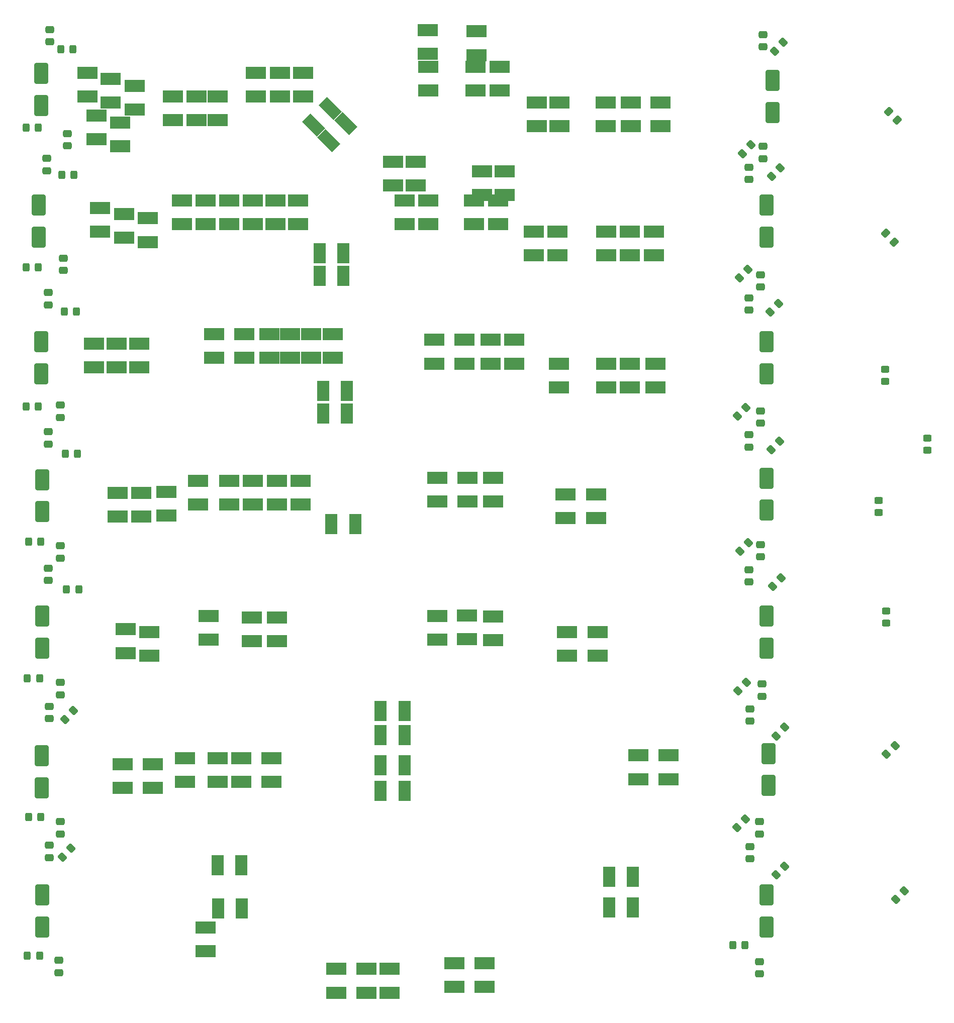
<source format=gbp>
G04 #@! TF.GenerationSoftware,KiCad,Pcbnew,8.0.4*
G04 #@! TF.CreationDate,2024-11-18T14:28:34+01:00*
G04 #@! TF.ProjectId,Zolotarev,5a6f6c6f-7461-4726-9576-2e6b69636164,rev?*
G04 #@! TF.SameCoordinates,Original*
G04 #@! TF.FileFunction,Paste,Bot*
G04 #@! TF.FilePolarity,Positive*
%FSLAX46Y46*%
G04 Gerber Fmt 4.6, Leading zero omitted, Abs format (unit mm)*
G04 Created by KiCad (PCBNEW 8.0.4) date 2024-11-18 14:28:34*
%MOMM*%
%LPD*%
G01*
G04 APERTURE LIST*
G04 Aperture macros list*
%AMRoundRect*
0 Rectangle with rounded corners*
0 $1 Rounding radius*
0 $2 $3 $4 $5 $6 $7 $8 $9 X,Y pos of 4 corners*
0 Add a 4 corners polygon primitive as box body*
4,1,4,$2,$3,$4,$5,$6,$7,$8,$9,$2,$3,0*
0 Add four circle primitives for the rounded corners*
1,1,$1+$1,$2,$3*
1,1,$1+$1,$4,$5*
1,1,$1+$1,$6,$7*
1,1,$1+$1,$8,$9*
0 Add four rect primitives between the rounded corners*
20,1,$1+$1,$2,$3,$4,$5,0*
20,1,$1+$1,$4,$5,$6,$7,0*
20,1,$1+$1,$6,$7,$8,$9,0*
20,1,$1+$1,$8,$9,$2,$3,0*%
%AMRotRect*
0 Rectangle, with rotation*
0 The origin of the aperture is its center*
0 $1 length*
0 $2 width*
0 $3 Rotation angle, in degrees counterclockwise*
0 Add horizontal line*
21,1,$1,$2,0,0,$3*%
G04 Aperture macros list end*
%ADD10R,3.500000X2.000000*%
%ADD11RoundRect,0.250000X-0.900000X1.500000X-0.900000X-1.500000X0.900000X-1.500000X0.900000X1.500000X0*%
%ADD12RoundRect,0.250000X0.900000X-1.500000X0.900000X1.500000X-0.900000X1.500000X-0.900000X-1.500000X0*%
%ADD13RoundRect,0.250000X0.088388X-0.548008X0.548008X-0.088388X-0.088388X0.548008X-0.548008X0.088388X0*%
%ADD14RoundRect,0.250000X0.475000X-0.337500X0.475000X0.337500X-0.475000X0.337500X-0.475000X-0.337500X0*%
%ADD15RoundRect,0.250000X-0.088388X0.548008X-0.548008X0.088388X0.088388X-0.548008X0.548008X-0.088388X0*%
%ADD16RoundRect,0.250000X-0.475000X0.337500X-0.475000X-0.337500X0.475000X-0.337500X0.475000X0.337500X0*%
%ADD17RoundRect,0.250000X-0.325000X-0.450000X0.325000X-0.450000X0.325000X0.450000X-0.325000X0.450000X0*%
%ADD18R,2.000000X3.500000*%
%ADD19RoundRect,0.250000X-0.450000X0.325000X-0.450000X-0.325000X0.450000X-0.325000X0.450000X0.325000X0*%
%ADD20RoundRect,0.250000X-0.548008X-0.088388X-0.088388X-0.548008X0.548008X0.088388X0.088388X0.548008X0*%
%ADD21RotRect,2.000000X3.500000X225.000000*%
%ADD22RoundRect,0.250000X0.548008X0.088388X0.088388X0.548008X-0.548008X-0.088388X-0.088388X-0.548008X0*%
%ADD23RoundRect,0.250000X0.450000X-0.325000X0.450000X0.325000X-0.450000X0.325000X-0.450000X-0.325000X0*%
G04 APERTURE END LIST*
D10*
X82096000Y-162500000D03*
X82096000Y-158500000D03*
D11*
X165800000Y-157700000D03*
X165800000Y-163100000D03*
D12*
X43300000Y-48500000D03*
X43300000Y-43100000D03*
D13*
X47275216Y-151924784D03*
X48724784Y-150475216D03*
D10*
X102600000Y-62000000D03*
X102600000Y-58000000D03*
X62096000Y-159500000D03*
X62096000Y-163500000D03*
D14*
X44500000Y-82075000D03*
X44500000Y-80000000D03*
D10*
X69500000Y-51000000D03*
X69500000Y-47000000D03*
X88800000Y-87000000D03*
X88800000Y-91000000D03*
D13*
X46875216Y-175124784D03*
X48324784Y-173675216D03*
D10*
X108500000Y-64500000D03*
X108500000Y-68500000D03*
X61500000Y-141250000D03*
X61500000Y-137250000D03*
X72404000Y-91000000D03*
X72404000Y-87000000D03*
X116500000Y-42000000D03*
X116500000Y-46000000D03*
D15*
X168524784Y-153275216D03*
X167075216Y-154724784D03*
D10*
X142500000Y-73750000D03*
X142500000Y-69750000D03*
D14*
X162500000Y-83000000D03*
X162500000Y-80925000D03*
D12*
X43500000Y-186900000D03*
X43500000Y-181500000D03*
D14*
X164900000Y-38637500D03*
X164900000Y-36562500D03*
D16*
X164900000Y-55362500D03*
X164900000Y-57437500D03*
D10*
X147600000Y-52000000D03*
X147600000Y-48000000D03*
D17*
X47575000Y-130000000D03*
X49625000Y-130000000D03*
D10*
X69750000Y-115750000D03*
X69750000Y-111750000D03*
X93000000Y-194000000D03*
X93000000Y-198000000D03*
D17*
X40775000Y-99200000D03*
X42825000Y-99200000D03*
D10*
X142500000Y-96000000D03*
X142500000Y-92000000D03*
D16*
X164500000Y-99962500D03*
X164500000Y-102037500D03*
D11*
X165500000Y-134550000D03*
X165500000Y-139950000D03*
D10*
X112904000Y-197000000D03*
X112904000Y-193000000D03*
X138500000Y-73750000D03*
X138500000Y-69750000D03*
X143904000Y-162000000D03*
X143904000Y-158000000D03*
X67500000Y-158500000D03*
X67500000Y-162500000D03*
X57000000Y-159500000D03*
X57000000Y-163500000D03*
D14*
X44750000Y-37787500D03*
X44750000Y-35712500D03*
D16*
X164500000Y-122462500D03*
X164500000Y-124537500D03*
D11*
X165500000Y-65300000D03*
X165500000Y-70700000D03*
X165500000Y-88300000D03*
X165500000Y-93700000D03*
D16*
X46300000Y-192562500D03*
X46300000Y-194637500D03*
D18*
X73000000Y-176500000D03*
X77000000Y-176500000D03*
D17*
X40775000Y-75800000D03*
X42825000Y-75800000D03*
D18*
X143000000Y-178500000D03*
X139000000Y-178500000D03*
D16*
X46500000Y-169162500D03*
X46500000Y-171237500D03*
D10*
X79500000Y-43000000D03*
X79500000Y-47000000D03*
X59800000Y-92600000D03*
X59800000Y-88600000D03*
X77500000Y-91000000D03*
X77500000Y-87000000D03*
X82800000Y-64500000D03*
X82800000Y-68500000D03*
X104500000Y-64500000D03*
X104500000Y-68500000D03*
X51100000Y-47000000D03*
X51100000Y-43000000D03*
D14*
X44500000Y-105537500D03*
X44500000Y-103462500D03*
D10*
X92400000Y-87000000D03*
X92400000Y-91000000D03*
D18*
X96200000Y-119000000D03*
X92199998Y-119000000D03*
D13*
X160675216Y-147124784D03*
X162124784Y-145675216D03*
D15*
X167524784Y-81875216D03*
X166075216Y-83324784D03*
D14*
X162500000Y-60977500D03*
X162500000Y-58902500D03*
D19*
X185500000Y-92950000D03*
X185500000Y-95000000D03*
D10*
X65500000Y-51000000D03*
X65500000Y-47000000D03*
D17*
X46775000Y-60200000D03*
X48825000Y-60200000D03*
D16*
X46500000Y-99000000D03*
X46500000Y-101075000D03*
D10*
X61250000Y-71500000D03*
X61250000Y-67500000D03*
X77000000Y-162500000D03*
X77000000Y-158500000D03*
X85200000Y-87000000D03*
X85200000Y-91000000D03*
X55000000Y-48000000D03*
X55000000Y-44000000D03*
D14*
X162500000Y-106037500D03*
X162500000Y-103962500D03*
D10*
X86600000Y-64500000D03*
X86600000Y-68500000D03*
X79000000Y-64500000D03*
X79000000Y-68500000D03*
D15*
X167800000Y-59000000D03*
X166350432Y-60449568D03*
D10*
X120500000Y-42000000D03*
X120500000Y-46000000D03*
X83000000Y-111750000D03*
X83000000Y-115750000D03*
D13*
X161000000Y-123600000D03*
X162449568Y-122150432D03*
D10*
X115000000Y-134400000D03*
X115000000Y-138400000D03*
D13*
X161400000Y-56600000D03*
X162849568Y-55150432D03*
D10*
X109500000Y-88000000D03*
X109500000Y-92000000D03*
D18*
X94800000Y-100400000D03*
X90800000Y-100400000D03*
X143000000Y-183596000D03*
X139000000Y-183596000D03*
D10*
X75000000Y-111750000D03*
X75000000Y-115750000D03*
X130500000Y-96000000D03*
X130500000Y-92000000D03*
D16*
X46500000Y-122712500D03*
X46500000Y-124787500D03*
D10*
X83000000Y-134750000D03*
X83000000Y-138750000D03*
X117600000Y-63600000D03*
X117600000Y-59600000D03*
D17*
X41175000Y-122000000D03*
X43225000Y-122000000D03*
D10*
X67000000Y-68500000D03*
X67000000Y-64500000D03*
X83500000Y-43000000D03*
X83500000Y-47000000D03*
X118000000Y-197000000D03*
X118000000Y-193000000D03*
D15*
X167924784Y-128075216D03*
X166475216Y-129524784D03*
D10*
X137000000Y-141250000D03*
X137000000Y-137250000D03*
D18*
X94200000Y-73400000D03*
X90199998Y-73400000D03*
D10*
X71000000Y-68500000D03*
X71000000Y-64500000D03*
X146800000Y-96000000D03*
X146800000Y-92000000D03*
X98096000Y-194000000D03*
X98096000Y-198000000D03*
X73000000Y-51000000D03*
X73000000Y-47000000D03*
D15*
X168324784Y-37875216D03*
X166875216Y-39324784D03*
D18*
X104500000Y-164000000D03*
X100500000Y-164000000D03*
X73102000Y-183823000D03*
X77102000Y-183823000D03*
X104500000Y-154596000D03*
X100500000Y-154596000D03*
D10*
X64400000Y-117600000D03*
X64400000Y-113600000D03*
X119400000Y-134600000D03*
X119400000Y-138600000D03*
D16*
X164300000Y-169162500D03*
X164300000Y-171237500D03*
X164300000Y-192762500D03*
X164300000Y-194837500D03*
D10*
X56600000Y-51400000D03*
X56600000Y-55400000D03*
X119400000Y-111200000D03*
X119400000Y-115200000D03*
X56200000Y-117800000D03*
X56200000Y-113800000D03*
D20*
X185550432Y-70050432D03*
X187000000Y-71500000D03*
D10*
X149000000Y-162000000D03*
X149000000Y-158000000D03*
D15*
X167724784Y-105075216D03*
X166275216Y-106524784D03*
D10*
X73000000Y-162500000D03*
X73000000Y-158500000D03*
X59100000Y-49200000D03*
X59100000Y-45200000D03*
X121400000Y-63600000D03*
X121400000Y-59600000D03*
X126800000Y-52000000D03*
X126800000Y-48000000D03*
D12*
X43400000Y-163500000D03*
X43400000Y-158100000D03*
D10*
X110000000Y-134500000D03*
X110000000Y-138500000D03*
X115096000Y-111250000D03*
X115096000Y-115250000D03*
D17*
X40975000Y-145000000D03*
X43025000Y-145000000D03*
D13*
X160875216Y-77524784D03*
X162324784Y-76075216D03*
D10*
X71500000Y-138500000D03*
X71500000Y-134500000D03*
X52200000Y-92600000D03*
X52200000Y-88600000D03*
X116600000Y-40000000D03*
X116600000Y-36000000D03*
X119000000Y-88000000D03*
X119000000Y-92000000D03*
X78750000Y-134750000D03*
X78750000Y-138750000D03*
X138400000Y-52000000D03*
X138400000Y-48000000D03*
D16*
X164750000Y-145962500D03*
X164750000Y-148037500D03*
D14*
X162700000Y-175437500D03*
X162700000Y-173362500D03*
X44250000Y-59500000D03*
X44250000Y-57425000D03*
D10*
X87000000Y-111750000D03*
X87000000Y-115750000D03*
X126250000Y-73750000D03*
X126250000Y-69750000D03*
X75000000Y-68500000D03*
X75000000Y-64500000D03*
D12*
X42900000Y-70700000D03*
X42900000Y-65300000D03*
D10*
X106400000Y-62000000D03*
X106400000Y-58000000D03*
D21*
X94614214Y-51585786D03*
X91785786Y-54414214D03*
D14*
X44700000Y-175237500D03*
X44700000Y-173162500D03*
D10*
X130250000Y-73750000D03*
X130250000Y-69750000D03*
X60200000Y-117800000D03*
X60200000Y-113800000D03*
D11*
X166500000Y-44300000D03*
X166500000Y-49700000D03*
D10*
X131654000Y-118000000D03*
X131654000Y-114000000D03*
X138500000Y-96000000D03*
X138500000Y-92000000D03*
D22*
X187500000Y-51000000D03*
X186050432Y-49550432D03*
D14*
X162500000Y-128787500D03*
X162500000Y-126712500D03*
D17*
X159775000Y-190000000D03*
X161825000Y-190000000D03*
D10*
X52600000Y-50200000D03*
X52600000Y-54200000D03*
X116250000Y-64500000D03*
X116250000Y-68500000D03*
D11*
X165500000Y-111300000D03*
X165500000Y-116700000D03*
D10*
X108400000Y-39800000D03*
X108400000Y-35800000D03*
D17*
X40775000Y-52200000D03*
X42825000Y-52200000D03*
D15*
X188700000Y-180800000D03*
X187250432Y-182249568D03*
D16*
X46500000Y-145712500D03*
X46500000Y-147787500D03*
D17*
X47375000Y-107200000D03*
X49425000Y-107200000D03*
D10*
X57500000Y-140750000D03*
X57500000Y-136750000D03*
D23*
X185600000Y-135725000D03*
X185600000Y-133675000D03*
D10*
X110000000Y-111250000D03*
X110000000Y-115250000D03*
X102000000Y-194000000D03*
X102000000Y-198000000D03*
D14*
X162700000Y-152237500D03*
X162700000Y-150162500D03*
D13*
X185675216Y-157824784D03*
X187124784Y-156375216D03*
D10*
X57250000Y-70750000D03*
X57250000Y-66750000D03*
D13*
X160475216Y-170200000D03*
X161924784Y-168750432D03*
X160600000Y-100800000D03*
X162049568Y-99350432D03*
D14*
X44700000Y-151837500D03*
X44700000Y-149762500D03*
D10*
X130600000Y-52000000D03*
X130600000Y-48000000D03*
X53250000Y-69750000D03*
X53250000Y-65750000D03*
X120250000Y-64500000D03*
X120250000Y-68500000D03*
X79000000Y-111750000D03*
X79000000Y-115750000D03*
D15*
X168524784Y-176675216D03*
X167075216Y-178124784D03*
D12*
X43500000Y-139950000D03*
X43500000Y-134550000D03*
D11*
X165500000Y-181500000D03*
X165500000Y-186900000D03*
D12*
X43500000Y-116950000D03*
X43500000Y-111550000D03*
D23*
X192600000Y-106624999D03*
X192600000Y-104575001D03*
D17*
X46600000Y-39000000D03*
X48650000Y-39000000D03*
D19*
X184400000Y-115075000D03*
X184400000Y-117125000D03*
D17*
X40975000Y-191800000D03*
X43025000Y-191800000D03*
D10*
X131904000Y-141250000D03*
X131904000Y-137250000D03*
D12*
X43300000Y-93700000D03*
X43300000Y-88300000D03*
D10*
X146500000Y-73750000D03*
X146500000Y-69750000D03*
X142600000Y-52000000D03*
X142600000Y-48000000D03*
X108500000Y-42000000D03*
X108500000Y-46000000D03*
D21*
X92000000Y-49000000D03*
X89171572Y-51828428D03*
D18*
X94800001Y-96600000D03*
X90799999Y-96600000D03*
D16*
X164500000Y-77000000D03*
X164500000Y-79075000D03*
X47750000Y-53212500D03*
X47750000Y-55287500D03*
D18*
X94200000Y-77200000D03*
X90200000Y-77200000D03*
D14*
X44500000Y-128537500D03*
X44500000Y-126462500D03*
D10*
X114596000Y-88000000D03*
X114596000Y-92000000D03*
D17*
X47175000Y-83200000D03*
X49225000Y-83200000D03*
D10*
X81750000Y-87000000D03*
X81750000Y-91000000D03*
D17*
X41175000Y-168400000D03*
X43225000Y-168400000D03*
D10*
X123000000Y-88000000D03*
X123000000Y-92000000D03*
X56000000Y-92600000D03*
X56000000Y-88600000D03*
X87400000Y-43000000D03*
X87400000Y-47000000D03*
D18*
X104500000Y-150500000D03*
X100500000Y-150500000D03*
D10*
X136750000Y-118000000D03*
X136750000Y-114000000D03*
D18*
X104500000Y-159692000D03*
X100500000Y-159692000D03*
D16*
X47000000Y-74212500D03*
X47000000Y-76287500D03*
D10*
X71000000Y-187000000D03*
X71000000Y-191000000D03*
M02*

</source>
